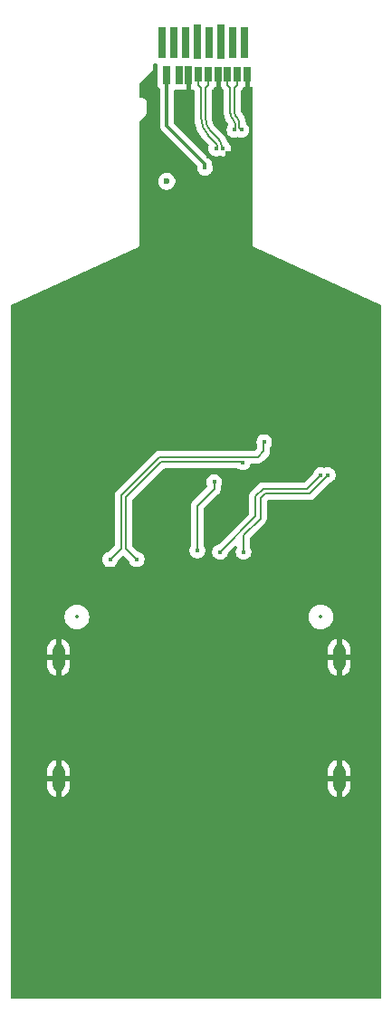
<source format=gtl>
%TF.GenerationSoftware,KiCad,Pcbnew,9.0.2*%
%TF.CreationDate,2025-06-23T10:18:22+08:00*%
%TF.ProjectId,SDEX2M2 MicroSD Express to SD Express Adapter,53444558-324d-4322-904d-6963726f5344,rev?*%
%TF.SameCoordinates,Original*%
%TF.FileFunction,Copper,L1,Top*%
%TF.FilePolarity,Positive*%
%FSLAX46Y46*%
G04 Gerber Fmt 4.6, Leading zero omitted, Abs format (unit mm)*
G04 Created by KiCad (PCBNEW 9.0.2) date 2025-06-23 10:18:22*
%MOMM*%
%LPD*%
G01*
G04 APERTURE LIST*
%TA.AperFunction,SMDPad,CuDef*%
%ADD10R,0.800000X2.900000*%
%TD*%
%TA.AperFunction,SMDPad,CuDef*%
%ADD11R,0.800000X3.200000*%
%TD*%
%TA.AperFunction,SMDPad,CuDef*%
%ADD12R,0.760000X1.670000*%
%TD*%
%TA.AperFunction,SMDPad,CuDef*%
%ADD13R,0.760000X1.370000*%
%TD*%
%TA.AperFunction,ComponentPad*%
%ADD14O,1.158000X2.558000*%
%TD*%
%TA.AperFunction,ViaPad*%
%ADD15C,0.450000*%
%TD*%
%TA.AperFunction,ViaPad*%
%ADD16C,0.600000*%
%TD*%
%TA.AperFunction,Conductor*%
%ADD17C,0.200000*%
%TD*%
%TA.AperFunction,Conductor*%
%ADD18C,0.205232*%
%TD*%
%TA.AperFunction,Conductor*%
%ADD19C,0.300000*%
%TD*%
%TA.AperFunction,Conductor*%
%ADD20C,0.400000*%
%TD*%
%ADD21C,0.300000*%
%ADD22C,0.350000*%
%ADD23O,0.650000X2.050000*%
G04 APERTURE END LIST*
D10*
%TO.P,J1,1,~{CLKREQ}/DAT2*%
%TO.N,/CLKREQ*%
X137760000Y-80510000D03*
%TO.P,J1,2,~{PERST}/DAT3/CD*%
%TO.N,/PERST*%
X138860000Y-80510000D03*
%TO.P,J1,3,CMD*%
%TO.N,/CMD*%
X139960000Y-80510000D03*
D11*
%TO.P,J1,4,3V3*%
%TO.N,Net-(J1-3V3)*%
X141060000Y-80360000D03*
D10*
%TO.P,J1,5,CLK*%
%TO.N,/CLK*%
X142160000Y-80510000D03*
D11*
%TO.P,J1,6,GND*%
%TO.N,GND*%
X143260000Y-80360000D03*
D10*
%TO.P,J1,7,REFCLK+/DAT0*%
%TO.N,/REFCLK+*%
X144360000Y-80510000D03*
%TO.P,J1,8,REFCLK-/DAT1*%
%TO.N,/REFCLK-*%
X145460000Y-80510000D03*
D12*
%TO.P,J1,9,1V8*%
%TO.N,Net-(J1-1V8)*%
X138230000Y-83555000D03*
%TO.P,J1,10,GND*%
%TO.N,GND*%
X140270000Y-83555000D03*
D13*
%TO.P,J1,11,PCIe_TX+*%
%TO.N,/TX+*%
X141180000Y-83405000D03*
%TO.P,J1,12,PCIe_TX-*%
%TO.N,/TX-*%
X142090000Y-83405000D03*
%TO.P,J1,13,GND*%
%TO.N,GND*%
X143000000Y-83405000D03*
%TO.P,J1,14,PCIe_RX-*%
%TO.N,/RX-*%
X143910000Y-83405000D03*
%TO.P,J1,15,PCIe_RX+*%
%TO.N,/RX+*%
X144820000Y-83405000D03*
%TO.P,J1,16,GND*%
%TO.N,GND*%
X145730000Y-83405000D03*
D12*
%TO.P,J1,17,1V2*%
%TO.N,unconnected-(J1-1V2-Pad17)*%
X139360000Y-83555000D03*
%TD*%
D14*
%TO.P,J2,GND1,GND/SHIELD*%
%TO.N,GND*%
X154345000Y-137980000D03*
%TO.P,J2,GND2,GND/SHIELD__1*%
X128095000Y-137980000D03*
%TO.P,J2,GND3,GND/SHIELD__2*%
X154345000Y-149280000D03*
%TO.P,J2,GND4,GND/SHIELD__3*%
X128095000Y-149280000D03*
%TD*%
D15*
%TO.N,/TX+*%
X135410000Y-128810000D03*
X145330000Y-119750000D03*
X142833400Y-90380000D03*
%TO.N,/TX-*%
X132914892Y-128811727D03*
X143486600Y-90380000D03*
X147340446Y-117819545D03*
D16*
%TO.N,Net-(J1-3V3)*%
X141060000Y-81260000D03*
X141060000Y-80360000D03*
X138210000Y-93440000D03*
D15*
%TO.N,/RX+*%
X145203200Y-88640000D03*
X153270000Y-120920000D03*
X145400000Y-128110000D03*
%TO.N,Net-(J1-1V8)*%
X141785000Y-92190000D03*
X141080000Y-127970000D03*
X142650000Y-121560000D03*
D16*
%TO.N,GND*%
X136810000Y-83960000D03*
X138460000Y-90810000D03*
D15*
X142100000Y-91120000D03*
D16*
X156690000Y-149250000D03*
X129150000Y-127940000D03*
X140270000Y-83555000D03*
X156680000Y-137970000D03*
D15*
X145940000Y-89430000D03*
X143460000Y-88590000D03*
D16*
X136110000Y-85060000D03*
X139300000Y-123730000D03*
D15*
X145810000Y-86960000D03*
D16*
X146690000Y-128110000D03*
X156000000Y-123630000D03*
X143000000Y-83405000D03*
X143950000Y-123760000D03*
X144002007Y-90853667D03*
X143260000Y-80360000D03*
X149960000Y-123650000D03*
X147830000Y-128110000D03*
X125530000Y-138020000D03*
X140020000Y-127950000D03*
X125500000Y-149270000D03*
X137930000Y-127980000D03*
X145730000Y-83405000D03*
X138980000Y-127960000D03*
D15*
X145970000Y-91900000D03*
D16*
X140150000Y-92050000D03*
D15*
%TO.N,/RX-*%
X143200000Y-128120000D03*
X144550000Y-88640000D03*
X152616800Y-120920000D03*
%TO.N,/REFCLK+*%
X144360000Y-80510000D03*
%TO.N,/REFCLK-*%
X145460000Y-80510000D03*
D16*
%TO.N,/PERST*%
X138860000Y-80510000D03*
%TO.N,/CLKREQ*%
X137760000Y-80510000D03*
%TO.N,/CMD*%
X139960000Y-80510000D03*
%TO.N,/CLK*%
X142160000Y-80510000D03*
%TD*%
D17*
%TO.N,/TX+*%
X134388310Y-123009888D02*
X137723198Y-119675000D01*
D18*
X142809336Y-89858142D02*
X142136197Y-89185003D01*
D17*
X134388310Y-127788310D02*
X134388310Y-123009888D01*
X135410000Y-128810000D02*
X134388310Y-127788310D01*
D18*
X141180000Y-84432501D02*
X141180000Y-83405000D01*
X142955783Y-90257617D02*
X142955783Y-90211696D01*
D17*
X145255000Y-119675000D02*
X145330000Y-119750000D01*
X137723198Y-119675000D02*
X145255000Y-119675000D01*
D18*
X141430784Y-84683285D02*
X141180000Y-84432501D01*
X142833400Y-90380000D02*
X142955783Y-90257617D01*
X141430784Y-87481985D02*
X141430784Y-84683285D01*
X142955783Y-90211696D02*
G75*
G03*
X142809330Y-89858148I-499983J-4D01*
G01*
X141430784Y-87481985D02*
G75*
G03*
X142136193Y-89185007I2408416J-15D01*
G01*
%TO.N,/TX-*%
X143486600Y-90380000D02*
X143364217Y-90257617D01*
X143364217Y-90257617D02*
X143364217Y-90211696D01*
D17*
X137536802Y-119225000D02*
X146745000Y-119225000D01*
X132914892Y-128811727D02*
X133938308Y-127788310D01*
D18*
X142090000Y-84432501D02*
X142090000Y-83405000D01*
X141839216Y-87481983D02*
X141839216Y-84683285D01*
X143098143Y-89569337D02*
X142425002Y-88896196D01*
D17*
X147280000Y-118690000D02*
X147280000Y-117879991D01*
X146745000Y-119225000D02*
X147280000Y-118690000D01*
D18*
X141839216Y-84683285D02*
X142090000Y-84432501D01*
D17*
X133938308Y-122823494D02*
X137536802Y-119225000D01*
X133938308Y-127788310D02*
X133938308Y-122823494D01*
X147280000Y-117879991D02*
X147340446Y-117819545D01*
D18*
X142425002Y-88896196D02*
G75*
G02*
X141839223Y-87481983I1414198J1414196D01*
G01*
X143098143Y-89569337D02*
G75*
G02*
X143364224Y-90211696I-642343J-642363D01*
G01*
%TO.N,/RX+*%
X145203200Y-88640000D02*
X145053616Y-88490416D01*
X145014217Y-88391996D02*
X145014217Y-88071696D01*
X145014217Y-88071696D02*
X145012437Y-87982399D01*
X144569216Y-87043303D02*
X144569216Y-84683285D01*
X144570679Y-87108936D02*
X144569216Y-87043303D01*
D17*
X146985000Y-123069069D02*
X147409069Y-122645000D01*
X145400000Y-128110000D02*
X145400000Y-126556397D01*
X153270000Y-120975321D02*
X153270000Y-120920000D01*
X145400000Y-126556397D02*
X146985000Y-124971397D01*
D18*
X144569216Y-84683285D02*
X144820000Y-84432501D01*
D17*
X147409069Y-122645000D02*
X151600321Y-122645000D01*
X146985000Y-124971397D02*
X146985000Y-123069069D01*
D18*
X144748143Y-87429337D02*
X144715662Y-87396856D01*
X144820000Y-84432501D02*
X144820000Y-83405000D01*
X145012437Y-87982399D02*
X144977593Y-87807236D01*
X144604655Y-87235730D02*
X144570679Y-87108936D01*
X144977593Y-87807236D02*
X144909247Y-87642237D01*
X145053616Y-88431395D02*
X145014217Y-88391996D01*
D17*
X151600321Y-122645000D02*
X153270000Y-120975321D01*
D18*
X144670290Y-87349408D02*
X144604655Y-87235730D01*
X144715662Y-87396856D02*
X144670290Y-87349408D01*
X144810023Y-87493743D02*
X144748143Y-87429337D01*
X145053616Y-88490416D02*
X145053616Y-88431395D01*
X144909247Y-87642237D02*
X144810023Y-87493743D01*
D17*
%TO.N,Net-(J1-1V8)*%
X142650000Y-121560000D02*
X142650000Y-122240000D01*
X142650000Y-122240000D02*
X141080000Y-123810000D01*
D19*
X141785000Y-91785000D02*
X138230000Y-88230000D01*
X138230000Y-88230000D02*
X138230000Y-83555000D01*
X141785000Y-92190000D02*
X141785000Y-91785000D01*
D17*
X141080000Y-123810000D02*
X141080000Y-127970000D01*
D20*
%TO.N,GND*%
X140270000Y-83555000D02*
X140270000Y-85520000D01*
X143000000Y-83402500D02*
X143000000Y-85337500D01*
X145730000Y-83405000D02*
X145730000Y-84910000D01*
D17*
%TO.N,/RX-*%
X151358603Y-122195000D02*
X152616800Y-120936803D01*
D18*
X143910000Y-84432501D02*
X143910000Y-83405000D01*
X144605783Y-88517617D02*
X144605783Y-88071696D01*
X144160784Y-84683285D02*
X143910000Y-84432501D01*
D17*
X146535000Y-122882673D02*
X147222673Y-122195000D01*
X143200000Y-128120000D02*
X146535000Y-124785000D01*
D18*
X144459336Y-87718142D02*
X144426857Y-87685663D01*
D17*
X146535000Y-124785000D02*
X146535000Y-122882673D01*
X147222673Y-122195000D02*
X151358603Y-122195000D01*
D18*
X144483400Y-88640000D02*
X144605783Y-88517617D01*
X144160784Y-87043305D02*
X144160784Y-84683285D01*
D17*
X152616800Y-120936803D02*
X152616800Y-120920000D01*
D18*
X144605783Y-88071696D02*
G75*
G03*
X144459330Y-87718148I-499983J-4D01*
G01*
X144426857Y-87685663D02*
G75*
G02*
X144160776Y-87043305I642343J642363D01*
G01*
%TD*%
%TA.AperFunction,Conductor*%
%TO.N,GND*%
G36*
X137098853Y-82401504D02*
G01*
X137102147Y-82401031D01*
X137121227Y-82405900D01*
X137125482Y-82406737D01*
X137126663Y-82407150D01*
X137252517Y-82454091D01*
X137264340Y-82455362D01*
X137277839Y-82460089D01*
X137334605Y-82500824D01*
X137360338Y-82565783D01*
X137357536Y-82605626D01*
X137355909Y-82612513D01*
X137349501Y-82672116D01*
X137349500Y-82672135D01*
X137349500Y-84437870D01*
X137349501Y-84437876D01*
X137355908Y-84497483D01*
X137406202Y-84632328D01*
X137406203Y-84632329D01*
X137406204Y-84632331D01*
X137492454Y-84747546D01*
X137529810Y-84775510D01*
X137571682Y-84831443D01*
X137579500Y-84874777D01*
X137579500Y-88294069D01*
X137579500Y-88294071D01*
X137579499Y-88294071D01*
X137603664Y-88415550D01*
X137604496Y-88419733D01*
X137604498Y-88419740D01*
X137604499Y-88419744D01*
X137653535Y-88538127D01*
X137724723Y-88644669D01*
X137724726Y-88644673D01*
X137724727Y-88644674D01*
X141035711Y-91955656D01*
X141069196Y-92016979D01*
X141069648Y-92067527D01*
X141059500Y-92118545D01*
X141059500Y-92261455D01*
X141059500Y-92261457D01*
X141059499Y-92261457D01*
X141087379Y-92401614D01*
X141087381Y-92401620D01*
X141142069Y-92533650D01*
X141142074Y-92533659D01*
X141221467Y-92652478D01*
X141221470Y-92652482D01*
X141322517Y-92753529D01*
X141322521Y-92753532D01*
X141441340Y-92832925D01*
X141441346Y-92832928D01*
X141441347Y-92832929D01*
X141573380Y-92887619D01*
X141573384Y-92887619D01*
X141573385Y-92887620D01*
X141713542Y-92915500D01*
X141713545Y-92915500D01*
X141856457Y-92915500D01*
X141950751Y-92896742D01*
X141996620Y-92887619D01*
X142128653Y-92832929D01*
X142247479Y-92753532D01*
X142348532Y-92652479D01*
X142427929Y-92533653D01*
X142482619Y-92401620D01*
X142510500Y-92261455D01*
X142510500Y-92118545D01*
X142510500Y-92118542D01*
X142482620Y-91978385D01*
X142482619Y-91978384D01*
X142482619Y-91978380D01*
X142482617Y-91978375D01*
X142444939Y-91887410D01*
X142435500Y-91839958D01*
X142435500Y-91720928D01*
X142410502Y-91595261D01*
X142410501Y-91595260D01*
X142410501Y-91595256D01*
X142361465Y-91476873D01*
X142361464Y-91476872D01*
X142361461Y-91476866D01*
X142290277Y-91370332D01*
X142290276Y-91370331D01*
X142199669Y-91279724D01*
X138916819Y-87996873D01*
X138883334Y-87935550D01*
X138880500Y-87909192D01*
X138880500Y-85014499D01*
X138900185Y-84947460D01*
X138952989Y-84901705D01*
X139004495Y-84890499D01*
X139787872Y-84890499D01*
X139804096Y-84888755D01*
X139830604Y-84888755D01*
X139842177Y-84889999D01*
X139842178Y-84890000D01*
X140701149Y-84890000D01*
X140701149Y-84891015D01*
X140765029Y-84906111D01*
X140813544Y-84956391D01*
X140827668Y-85013865D01*
X140827668Y-87568942D01*
X140827674Y-87569039D01*
X140827674Y-87629929D01*
X140835454Y-87708928D01*
X140856673Y-87924387D01*
X140856673Y-87924390D01*
X140914398Y-88214605D01*
X141000293Y-88497767D01*
X141113524Y-88771131D01*
X141113531Y-88771145D01*
X141253010Y-89032095D01*
X141417404Y-89278128D01*
X141605119Y-89506860D01*
X141649243Y-89550983D01*
X141649262Y-89551004D01*
X142115521Y-90017262D01*
X142149006Y-90078585D01*
X142144022Y-90148276D01*
X142142404Y-90152389D01*
X142135781Y-90168380D01*
X142135779Y-90168386D01*
X142107900Y-90308542D01*
X142107900Y-90308545D01*
X142107900Y-90451455D01*
X142107900Y-90451457D01*
X142107899Y-90451457D01*
X142135779Y-90591614D01*
X142135781Y-90591620D01*
X142190469Y-90723650D01*
X142190474Y-90723659D01*
X142269867Y-90842478D01*
X142269870Y-90842482D01*
X142370917Y-90943529D01*
X142370921Y-90943532D01*
X142489740Y-91022925D01*
X142489749Y-91022930D01*
X142519658Y-91035318D01*
X142621780Y-91077619D01*
X142621784Y-91077619D01*
X142621785Y-91077620D01*
X142761942Y-91105500D01*
X142761945Y-91105500D01*
X142904857Y-91105500D01*
X142999151Y-91086742D01*
X143045020Y-91077619D01*
X143112547Y-91049647D01*
X143182015Y-91042178D01*
X143207450Y-91049647D01*
X143237513Y-91062099D01*
X143274974Y-91077617D01*
X143274977Y-91077617D01*
X143274980Y-91077619D01*
X143274984Y-91077619D01*
X143274985Y-91077620D01*
X143415142Y-91105500D01*
X143415145Y-91105500D01*
X143558057Y-91105500D01*
X143652351Y-91086742D01*
X143698220Y-91077619D01*
X143830253Y-91022929D01*
X143949079Y-90943532D01*
X144050132Y-90842479D01*
X144129529Y-90723653D01*
X144184219Y-90591620D01*
X144212100Y-90451455D01*
X144212100Y-90308545D01*
X144212100Y-90308542D01*
X144184220Y-90168385D01*
X144184219Y-90168384D01*
X144184219Y-90168380D01*
X144129529Y-90036347D01*
X144129528Y-90036346D01*
X144129525Y-90036340D01*
X144050132Y-89917521D01*
X144050129Y-89917517D01*
X143949082Y-89816470D01*
X143949077Y-89816466D01*
X143946079Y-89814463D01*
X143944862Y-89813007D01*
X143944371Y-89812604D01*
X143944447Y-89812510D01*
X143901273Y-89760852D01*
X143895193Y-89743452D01*
X143890190Y-89724781D01*
X143890189Y-89724776D01*
X143814360Y-89541714D01*
X143814354Y-89541705D01*
X143814353Y-89541701D01*
X143715293Y-89370129D01*
X143715282Y-89370112D01*
X143690347Y-89337617D01*
X143594660Y-89212917D01*
X143594658Y-89212915D01*
X143594655Y-89212911D01*
X143524605Y-89142864D01*
X142854351Y-88472610D01*
X142848804Y-88466688D01*
X142736353Y-88338462D01*
X142726479Y-88325594D01*
X142633998Y-88187186D01*
X142625888Y-88173138D01*
X142552262Y-88023838D01*
X142546054Y-88008852D01*
X142492545Y-87851214D01*
X142488348Y-87835548D01*
X142465388Y-87720118D01*
X142455873Y-87672283D01*
X142453758Y-87656224D01*
X142442596Y-87485903D01*
X142442332Y-87477805D01*
X142442333Y-87408757D01*
X142442332Y-87408752D01*
X142442332Y-84984466D01*
X142462017Y-84917427D01*
X142478651Y-84896785D01*
X142500659Y-84874777D01*
X142572613Y-84802823D01*
X142652014Y-84665295D01*
X142652014Y-84665293D01*
X142656077Y-84658257D01*
X142657510Y-84659084D01*
X142695332Y-84612147D01*
X142761625Y-84590079D01*
X142766056Y-84590000D01*
X143233944Y-84590000D01*
X143300983Y-84609685D01*
X143343355Y-84658584D01*
X143343923Y-84658257D01*
X143345624Y-84661203D01*
X143346738Y-84662489D01*
X143347878Y-84665107D01*
X143347985Y-84665293D01*
X143347986Y-84665295D01*
X143395473Y-84747546D01*
X143427386Y-84802821D01*
X143427388Y-84802824D01*
X143521349Y-84896785D01*
X143554834Y-84958108D01*
X143557668Y-84984466D01*
X143557668Y-86970072D01*
X143557667Y-86970077D01*
X143557667Y-86985894D01*
X143557667Y-86991941D01*
X143557659Y-86991968D01*
X143557660Y-87142381D01*
X143583426Y-87338071D01*
X143583526Y-87338831D01*
X143634811Y-87530225D01*
X143710640Y-87713287D01*
X143710641Y-87713288D01*
X143710646Y-87713299D01*
X143809706Y-87884871D01*
X143809712Y-87884880D01*
X143809715Y-87884885D01*
X143930341Y-88042083D01*
X143946275Y-88058017D01*
X143979762Y-88119339D01*
X143974779Y-88189030D01*
X143961698Y-88214591D01*
X143907074Y-88296340D01*
X143907069Y-88296349D01*
X143852381Y-88428379D01*
X143852379Y-88428385D01*
X143824500Y-88568542D01*
X143824500Y-88568545D01*
X143824500Y-88711455D01*
X143824500Y-88711457D01*
X143824499Y-88711457D01*
X143852379Y-88851614D01*
X143852381Y-88851620D01*
X143907069Y-88983650D01*
X143907074Y-88983659D01*
X143986467Y-89102478D01*
X143986470Y-89102482D01*
X144087517Y-89203529D01*
X144087521Y-89203532D01*
X144206340Y-89282925D01*
X144206349Y-89282930D01*
X144236258Y-89295318D01*
X144338380Y-89337619D01*
X144338384Y-89337619D01*
X144338385Y-89337620D01*
X144478542Y-89365500D01*
X144478545Y-89365500D01*
X144621457Y-89365500D01*
X144715751Y-89346742D01*
X144761620Y-89337619D01*
X144829147Y-89309647D01*
X144898615Y-89302178D01*
X144924050Y-89309647D01*
X144954113Y-89322099D01*
X144991574Y-89337617D01*
X144991577Y-89337617D01*
X144991580Y-89337619D01*
X144991584Y-89337619D01*
X144991585Y-89337620D01*
X145131742Y-89365500D01*
X145131745Y-89365500D01*
X145274657Y-89365500D01*
X145368951Y-89346742D01*
X145414820Y-89337619D01*
X145546853Y-89282929D01*
X145665679Y-89203532D01*
X145766732Y-89102479D01*
X145846129Y-88983653D01*
X145900819Y-88851620D01*
X145928700Y-88711455D01*
X145928700Y-88568545D01*
X145928700Y-88568542D01*
X145900820Y-88428385D01*
X145900819Y-88428384D01*
X145900819Y-88428380D01*
X145846129Y-88296347D01*
X145846128Y-88296346D01*
X145846125Y-88296340D01*
X145766732Y-88177521D01*
X145766729Y-88177517D01*
X145665679Y-88076467D01*
X145662725Y-88074043D01*
X145661592Y-88072380D01*
X145661372Y-88072160D01*
X145661413Y-88072118D01*
X145643620Y-88045998D01*
X145624050Y-88018287D01*
X145623882Y-88017023D01*
X145623389Y-88016299D01*
X145617505Y-87983605D01*
X145617209Y-87976846D01*
X145619454Y-87942607D01*
X145614658Y-87918498D01*
X145614244Y-87909030D01*
X145614401Y-87908391D01*
X145614151Y-87906090D01*
X145613851Y-87890993D01*
X145600402Y-87844530D01*
X145597901Y-87834262D01*
X145596530Y-87827372D01*
X145572970Y-87708928D01*
X145565184Y-87649788D01*
X145557530Y-87631311D01*
X145553628Y-87611692D01*
X145529031Y-87561816D01*
X145525684Y-87554428D01*
X145515659Y-87530225D01*
X145474006Y-87429668D01*
X145454829Y-87373175D01*
X145443718Y-87356547D01*
X145436066Y-87338073D01*
X145436065Y-87338071D01*
X145402219Y-87293963D01*
X145397493Y-87287368D01*
X145328763Y-87184510D01*
X145325814Y-87180096D01*
X145299946Y-87133147D01*
X145281870Y-87114333D01*
X145267376Y-87092642D01*
X145243484Y-87071690D01*
X145237082Y-87065660D01*
X145231100Y-87059611D01*
X145230756Y-87059015D01*
X145208436Y-87036695D01*
X145208167Y-87036423D01*
X145191756Y-87005970D01*
X145175166Y-86975587D01*
X145175111Y-86975082D01*
X145175022Y-86974916D01*
X145175052Y-86974526D01*
X145172332Y-86949229D01*
X145172332Y-84984466D01*
X145192017Y-84917427D01*
X145208651Y-84896785D01*
X145230659Y-84874777D01*
X145302613Y-84802823D01*
X145382014Y-84665295D01*
X145382014Y-84665293D01*
X145386077Y-84658257D01*
X145387510Y-84659084D01*
X145425332Y-84612147D01*
X145491625Y-84590079D01*
X145496056Y-84590000D01*
X146135500Y-84590000D01*
X146202539Y-84609685D01*
X146248294Y-84662489D01*
X146259500Y-84714000D01*
X146259500Y-92920118D01*
X146259500Y-99412153D01*
X146258125Y-99448193D01*
X146259500Y-99451907D01*
X146259500Y-99455867D01*
X146272405Y-99487024D01*
X146274115Y-99491387D01*
X146285815Y-99522993D01*
X146289074Y-99528298D01*
X146289569Y-99529104D01*
X146313833Y-99553368D01*
X146317112Y-99556774D01*
X146340027Y-99581507D01*
X146340029Y-99581507D01*
X146345083Y-99585171D01*
X146345084Y-99585172D01*
X146345836Y-99585717D01*
X146377546Y-99598851D01*
X146381879Y-99600743D01*
X158227288Y-105045316D01*
X158279979Y-105091198D01*
X158299500Y-105157983D01*
X158299500Y-169745500D01*
X158279815Y-169812539D01*
X158227011Y-169858294D01*
X158175500Y-169869500D01*
X123724512Y-169869500D01*
X123657473Y-169849815D01*
X123611718Y-169797011D01*
X123600512Y-169745495D01*
X123601295Y-149478633D01*
X123601333Y-148495081D01*
X127016000Y-148495081D01*
X127016000Y-149030000D01*
X127770000Y-149030000D01*
X127770000Y-149530000D01*
X127016000Y-149530000D01*
X127016000Y-150064918D01*
X127042568Y-150232666D01*
X127095053Y-150394196D01*
X127172159Y-150545522D01*
X127271979Y-150682914D01*
X127271983Y-150682919D01*
X127392080Y-150803016D01*
X127392085Y-150803020D01*
X127529477Y-150902840D01*
X127680805Y-150979946D01*
X127842336Y-151032431D01*
X127845000Y-151032853D01*
X127845000Y-150189618D01*
X127895446Y-150240064D01*
X127969555Y-150282851D01*
X128052213Y-150305000D01*
X128137787Y-150305000D01*
X128220445Y-150282851D01*
X128294554Y-150240064D01*
X128345000Y-150189618D01*
X128345000Y-151032853D01*
X128347663Y-151032431D01*
X128509194Y-150979946D01*
X128660522Y-150902840D01*
X128797914Y-150803020D01*
X128797919Y-150803016D01*
X128918016Y-150682919D01*
X128918020Y-150682914D01*
X129017840Y-150545522D01*
X129094946Y-150394196D01*
X129147431Y-150232666D01*
X129174000Y-150064918D01*
X129174000Y-149530000D01*
X128420000Y-149530000D01*
X128420000Y-149030000D01*
X129174000Y-149030000D01*
X129174000Y-148495081D01*
X153266000Y-148495081D01*
X153266000Y-149030000D01*
X154020000Y-149030000D01*
X154020000Y-149530000D01*
X153266000Y-149530000D01*
X153266000Y-150064918D01*
X153292568Y-150232666D01*
X153345053Y-150394196D01*
X153422159Y-150545522D01*
X153521979Y-150682914D01*
X153521983Y-150682919D01*
X153642080Y-150803016D01*
X153642085Y-150803020D01*
X153779477Y-150902840D01*
X153930805Y-150979946D01*
X154092336Y-151032431D01*
X154095000Y-151032853D01*
X154095000Y-150189618D01*
X154145446Y-150240064D01*
X154219555Y-150282851D01*
X154302213Y-150305000D01*
X154387787Y-150305000D01*
X154470445Y-150282851D01*
X154544554Y-150240064D01*
X154595000Y-150189618D01*
X154595000Y-151032853D01*
X154597663Y-151032431D01*
X154759194Y-150979946D01*
X154910522Y-150902840D01*
X155047914Y-150803020D01*
X155047919Y-150803016D01*
X155168016Y-150682919D01*
X155168020Y-150682914D01*
X155267840Y-150545522D01*
X155344946Y-150394196D01*
X155397431Y-150232666D01*
X155424000Y-150064918D01*
X155424000Y-149530000D01*
X154670000Y-149530000D01*
X154670000Y-149030000D01*
X155424000Y-149030000D01*
X155424000Y-148495081D01*
X155397431Y-148327333D01*
X155344946Y-148165803D01*
X155267840Y-148014477D01*
X155168020Y-147877085D01*
X155168016Y-147877080D01*
X155047919Y-147756983D01*
X155047914Y-147756979D01*
X154910522Y-147657159D01*
X154759194Y-147580053D01*
X154597666Y-147527569D01*
X154595000Y-147527145D01*
X154595000Y-148370382D01*
X154544554Y-148319936D01*
X154470445Y-148277149D01*
X154387787Y-148255000D01*
X154302213Y-148255000D01*
X154219555Y-148277149D01*
X154145446Y-148319936D01*
X154095000Y-148370382D01*
X154095000Y-147527145D01*
X154094999Y-147527145D01*
X154092333Y-147527569D01*
X153930805Y-147580053D01*
X153779477Y-147657159D01*
X153642085Y-147756979D01*
X153642080Y-147756983D01*
X153521983Y-147877080D01*
X153521979Y-147877085D01*
X153422159Y-148014477D01*
X153345053Y-148165803D01*
X153292568Y-148327333D01*
X153266000Y-148495081D01*
X129174000Y-148495081D01*
X129147431Y-148327333D01*
X129094946Y-148165803D01*
X129017840Y-148014477D01*
X128918020Y-147877085D01*
X128918016Y-147877080D01*
X128797919Y-147756983D01*
X128797914Y-147756979D01*
X128660522Y-147657159D01*
X128509194Y-147580053D01*
X128347666Y-147527569D01*
X128345000Y-147527145D01*
X128345000Y-148370382D01*
X128294554Y-148319936D01*
X128220445Y-148277149D01*
X128137787Y-148255000D01*
X128052213Y-148255000D01*
X127969555Y-148277149D01*
X127895446Y-148319936D01*
X127845000Y-148370382D01*
X127845000Y-147527145D01*
X127844999Y-147527145D01*
X127842333Y-147527569D01*
X127680805Y-147580053D01*
X127529477Y-147657159D01*
X127392085Y-147756979D01*
X127392080Y-147756983D01*
X127271983Y-147877080D01*
X127271979Y-147877085D01*
X127172159Y-148014477D01*
X127095053Y-148165803D01*
X127042568Y-148327333D01*
X127016000Y-148495081D01*
X123601333Y-148495081D01*
X123601333Y-148490204D01*
X123601731Y-138178633D01*
X123601769Y-137195081D01*
X127016000Y-137195081D01*
X127016000Y-137730000D01*
X127770000Y-137730000D01*
X127770000Y-138230000D01*
X127016000Y-138230000D01*
X127016000Y-138764918D01*
X127042568Y-138932666D01*
X127095053Y-139094196D01*
X127172159Y-139245522D01*
X127271979Y-139382914D01*
X127271983Y-139382919D01*
X127392080Y-139503016D01*
X127392085Y-139503020D01*
X127529477Y-139602840D01*
X127680805Y-139679946D01*
X127842336Y-139732431D01*
X127845000Y-139732853D01*
X127845000Y-138889618D01*
X127895446Y-138940064D01*
X127969555Y-138982851D01*
X128052213Y-139005000D01*
X128137787Y-139005000D01*
X128220445Y-138982851D01*
X128294554Y-138940064D01*
X128345000Y-138889618D01*
X128345000Y-139732853D01*
X128347663Y-139732431D01*
X128509194Y-139679946D01*
X128660522Y-139602840D01*
X128797914Y-139503020D01*
X128797919Y-139503016D01*
X128918016Y-139382919D01*
X128918020Y-139382914D01*
X129017840Y-139245522D01*
X129094946Y-139094196D01*
X129147431Y-138932666D01*
X129174000Y-138764918D01*
X129174000Y-138230000D01*
X128420000Y-138230000D01*
X128420000Y-137730000D01*
X129174000Y-137730000D01*
X129174000Y-137195081D01*
X153266000Y-137195081D01*
X153266000Y-137730000D01*
X154020000Y-137730000D01*
X154020000Y-138230000D01*
X153266000Y-138230000D01*
X153266000Y-138764918D01*
X153292568Y-138932666D01*
X153345053Y-139094196D01*
X153422159Y-139245522D01*
X153521979Y-139382914D01*
X153521983Y-139382919D01*
X153642080Y-139503016D01*
X153642085Y-139503020D01*
X153779477Y-139602840D01*
X153930805Y-139679946D01*
X154092336Y-139732431D01*
X154095000Y-139732853D01*
X154095000Y-138889618D01*
X154145446Y-138940064D01*
X154219555Y-138982851D01*
X154302213Y-139005000D01*
X154387787Y-139005000D01*
X154470445Y-138982851D01*
X154544554Y-138940064D01*
X154595000Y-138889618D01*
X154595000Y-139732853D01*
X154597663Y-139732431D01*
X154759194Y-139679946D01*
X154910522Y-139602840D01*
X155047914Y-139503020D01*
X155047919Y-139503016D01*
X155168016Y-139382919D01*
X155168020Y-139382914D01*
X155267840Y-139245522D01*
X155344946Y-139094196D01*
X155397431Y-138932666D01*
X155424000Y-138764918D01*
X155424000Y-138230000D01*
X154670000Y-138230000D01*
X154670000Y-137730000D01*
X155424000Y-137730000D01*
X155424000Y-137195081D01*
X155397431Y-137027333D01*
X155344946Y-136865803D01*
X155267840Y-136714477D01*
X155168020Y-136577085D01*
X155168016Y-136577080D01*
X155047919Y-136456983D01*
X155047914Y-136456979D01*
X154910522Y-136357159D01*
X154759194Y-136280053D01*
X154597666Y-136227569D01*
X154595000Y-136227145D01*
X154595000Y-137070382D01*
X154544554Y-137019936D01*
X154470445Y-136977149D01*
X154387787Y-136955000D01*
X154302213Y-136955000D01*
X154219555Y-136977149D01*
X154145446Y-137019936D01*
X154095000Y-137070382D01*
X154095000Y-136227145D01*
X154094999Y-136227145D01*
X154092333Y-136227569D01*
X153930805Y-136280053D01*
X153779477Y-136357159D01*
X153642085Y-136456979D01*
X153642080Y-136456983D01*
X153521983Y-136577080D01*
X153521979Y-136577085D01*
X153422159Y-136714477D01*
X153345053Y-136865803D01*
X153292568Y-137027333D01*
X153266000Y-137195081D01*
X129174000Y-137195081D01*
X129147431Y-137027333D01*
X129094946Y-136865803D01*
X129017840Y-136714477D01*
X128918020Y-136577085D01*
X128918016Y-136577080D01*
X128797919Y-136456983D01*
X128797914Y-136456979D01*
X128660522Y-136357159D01*
X128509194Y-136280053D01*
X128347666Y-136227569D01*
X128345000Y-136227145D01*
X128345000Y-137070382D01*
X128294554Y-137019936D01*
X128220445Y-136977149D01*
X128137787Y-136955000D01*
X128052213Y-136955000D01*
X127969555Y-136977149D01*
X127895446Y-137019936D01*
X127845000Y-137070382D01*
X127845000Y-136227145D01*
X127844999Y-136227145D01*
X127842333Y-136227569D01*
X127680805Y-136280053D01*
X127529477Y-136357159D01*
X127392085Y-136456979D01*
X127392080Y-136456983D01*
X127271983Y-136577080D01*
X127271979Y-136577085D01*
X127172159Y-136714477D01*
X127095053Y-136865803D01*
X127042568Y-137027333D01*
X127016000Y-137195081D01*
X123601769Y-137195081D01*
X123601769Y-137190204D01*
X123601889Y-134089448D01*
X128669500Y-134089448D01*
X128669500Y-134270551D01*
X128697829Y-134449410D01*
X128753787Y-134621636D01*
X128753788Y-134621639D01*
X128836006Y-134782997D01*
X128942441Y-134929494D01*
X128942445Y-134929499D01*
X129070500Y-135057554D01*
X129070505Y-135057558D01*
X129198287Y-135150396D01*
X129217006Y-135163996D01*
X129322484Y-135217740D01*
X129378360Y-135246211D01*
X129378363Y-135246212D01*
X129464476Y-135274191D01*
X129550591Y-135302171D01*
X129633429Y-135315291D01*
X129729449Y-135330500D01*
X129729454Y-135330500D01*
X129910551Y-135330500D01*
X129997259Y-135316765D01*
X130089409Y-135302171D01*
X130261639Y-135246211D01*
X130422994Y-135163996D01*
X130569501Y-135057553D01*
X130697553Y-134929501D01*
X130803996Y-134782994D01*
X130886211Y-134621639D01*
X130942171Y-134449409D01*
X130956765Y-134357259D01*
X130970500Y-134270551D01*
X130970500Y-134089448D01*
X151469500Y-134089448D01*
X151469500Y-134270551D01*
X151497829Y-134449410D01*
X151553787Y-134621636D01*
X151553788Y-134621639D01*
X151636006Y-134782997D01*
X151742441Y-134929494D01*
X151742445Y-134929499D01*
X151870500Y-135057554D01*
X151870505Y-135057558D01*
X151998287Y-135150396D01*
X152017006Y-135163996D01*
X152122484Y-135217740D01*
X152178360Y-135246211D01*
X152178363Y-135246212D01*
X152264476Y-135274191D01*
X152350591Y-135302171D01*
X152433429Y-135315291D01*
X152529449Y-135330500D01*
X152529454Y-135330500D01*
X152710551Y-135330500D01*
X152797259Y-135316765D01*
X152889409Y-135302171D01*
X153061639Y-135246211D01*
X153222994Y-135163996D01*
X153369501Y-135057553D01*
X153497553Y-134929501D01*
X153603996Y-134782994D01*
X153686211Y-134621639D01*
X153742171Y-134449409D01*
X153756765Y-134357259D01*
X153770500Y-134270551D01*
X153770500Y-134089448D01*
X153754019Y-133985397D01*
X153742171Y-133910591D01*
X153686211Y-133738361D01*
X153686211Y-133738360D01*
X153657740Y-133682484D01*
X153603996Y-133577006D01*
X153590396Y-133558287D01*
X153497558Y-133430505D01*
X153497554Y-133430500D01*
X153369499Y-133302445D01*
X153369494Y-133302441D01*
X153222997Y-133196006D01*
X153222996Y-133196005D01*
X153222994Y-133196004D01*
X153171300Y-133169664D01*
X153061639Y-133113788D01*
X153061636Y-133113787D01*
X152889410Y-133057829D01*
X152710551Y-133029500D01*
X152710546Y-133029500D01*
X152529454Y-133029500D01*
X152529449Y-133029500D01*
X152350589Y-133057829D01*
X152178363Y-133113787D01*
X152178360Y-133113788D01*
X152017002Y-133196006D01*
X151870505Y-133302441D01*
X151870500Y-133302445D01*
X151742445Y-133430500D01*
X151742441Y-133430505D01*
X151636006Y-133577002D01*
X151553788Y-133738360D01*
X151553787Y-133738363D01*
X151497829Y-133910589D01*
X151469500Y-134089448D01*
X130970500Y-134089448D01*
X130954019Y-133985397D01*
X130942171Y-133910591D01*
X130886211Y-133738361D01*
X130886211Y-133738360D01*
X130857740Y-133682484D01*
X130803996Y-133577006D01*
X130790396Y-133558287D01*
X130697558Y-133430505D01*
X130697554Y-133430500D01*
X130569499Y-133302445D01*
X130569494Y-133302441D01*
X130422997Y-133196006D01*
X130422996Y-133196005D01*
X130422994Y-133196004D01*
X130371300Y-133169664D01*
X130261639Y-133113788D01*
X130261636Y-133113787D01*
X130089410Y-133057829D01*
X129910551Y-133029500D01*
X129910546Y-133029500D01*
X129729454Y-133029500D01*
X129729449Y-133029500D01*
X129550589Y-133057829D01*
X129378363Y-133113787D01*
X129378360Y-133113788D01*
X129217002Y-133196006D01*
X129070505Y-133302441D01*
X129070500Y-133302445D01*
X128942445Y-133430500D01*
X128942441Y-133430505D01*
X128836006Y-133577002D01*
X128753788Y-133738360D01*
X128753787Y-133738363D01*
X128697829Y-133910589D01*
X128669500Y-134089448D01*
X123601889Y-134089448D01*
X123601889Y-134084577D01*
X123602064Y-129537227D01*
X123602089Y-128883184D01*
X132189391Y-128883184D01*
X132217271Y-129023341D01*
X132217273Y-129023347D01*
X132271961Y-129155377D01*
X132271966Y-129155386D01*
X132351359Y-129274205D01*
X132351362Y-129274209D01*
X132452409Y-129375256D01*
X132452413Y-129375259D01*
X132571232Y-129454652D01*
X132571238Y-129454655D01*
X132571239Y-129454656D01*
X132703272Y-129509346D01*
X132703276Y-129509346D01*
X132703277Y-129509347D01*
X132843434Y-129537227D01*
X132843437Y-129537227D01*
X132986349Y-129537227D01*
X133080643Y-129518469D01*
X133126512Y-129509346D01*
X133258545Y-129454656D01*
X133377371Y-129375259D01*
X133478424Y-129274206D01*
X133557821Y-129155380D01*
X133612511Y-129023347D01*
X133620072Y-128985333D01*
X133652455Y-128923424D01*
X133653950Y-128921902D01*
X134075628Y-128500225D01*
X134136951Y-128466740D01*
X134206643Y-128471724D01*
X134250990Y-128500225D01*
X134670883Y-128920118D01*
X134704368Y-128981441D01*
X134704819Y-128983607D01*
X134712379Y-129021614D01*
X134712380Y-129021618D01*
X134767069Y-129153650D01*
X134767074Y-129153659D01*
X134846467Y-129272478D01*
X134846470Y-129272482D01*
X134947517Y-129373529D01*
X134947521Y-129373532D01*
X135066340Y-129452925D01*
X135066349Y-129452930D01*
X135096258Y-129465318D01*
X135198380Y-129507619D01*
X135198384Y-129507619D01*
X135198385Y-129507620D01*
X135338542Y-129535500D01*
X135338545Y-129535500D01*
X135481457Y-129535500D01*
X135575751Y-129516742D01*
X135621620Y-129507619D01*
X135753653Y-129452929D01*
X135872479Y-129373532D01*
X135973532Y-129272479D01*
X136052929Y-129153653D01*
X136107619Y-129021620D01*
X136127466Y-128921844D01*
X136135500Y-128881457D01*
X136135500Y-128738542D01*
X136107620Y-128598385D01*
X136107619Y-128598384D01*
X136107619Y-128598380D01*
X136053645Y-128468076D01*
X136052930Y-128466349D01*
X136052925Y-128466340D01*
X135973532Y-128347521D01*
X135973529Y-128347517D01*
X135872482Y-128246470D01*
X135872478Y-128246467D01*
X135753659Y-128167074D01*
X135753650Y-128167069D01*
X135621618Y-128112380D01*
X135621614Y-128112379D01*
X135583607Y-128104819D01*
X135566850Y-128096053D01*
X135548372Y-128092034D01*
X135523335Y-128073291D01*
X135521696Y-128072434D01*
X135520118Y-128070883D01*
X135490692Y-128041457D01*
X140354499Y-128041457D01*
X140382379Y-128181614D01*
X140382381Y-128181620D01*
X140437069Y-128313650D01*
X140437074Y-128313659D01*
X140516467Y-128432478D01*
X140516470Y-128432482D01*
X140617517Y-128533529D01*
X140617521Y-128533532D01*
X140736340Y-128612925D01*
X140736346Y-128612928D01*
X140736347Y-128612929D01*
X140868380Y-128667619D01*
X140868384Y-128667619D01*
X140868385Y-128667620D01*
X141008542Y-128695500D01*
X141008545Y-128695500D01*
X141151457Y-128695500D01*
X141245751Y-128676742D01*
X141291620Y-128667619D01*
X141423653Y-128612929D01*
X141542479Y-128533532D01*
X141643532Y-128432479D01*
X141722929Y-128313653D01*
X141773544Y-128191457D01*
X142474499Y-128191457D01*
X142502379Y-128331614D01*
X142502381Y-128331620D01*
X142557069Y-128463650D01*
X142557074Y-128463659D01*
X142636467Y-128582478D01*
X142636470Y-128582482D01*
X142737517Y-128683529D01*
X142737521Y-128683532D01*
X142856340Y-128762925D01*
X142856346Y-128762928D01*
X142856347Y-128762929D01*
X142988380Y-128817619D01*
X142988384Y-128817619D01*
X142988385Y-128817620D01*
X143128542Y-128845500D01*
X143128545Y-128845500D01*
X143271457Y-128845500D01*
X143365751Y-128826742D01*
X143411620Y-128817619D01*
X143543653Y-128762929D01*
X143662479Y-128683532D01*
X143763532Y-128582479D01*
X143842929Y-128463653D01*
X143897619Y-128331620D01*
X143905180Y-128293606D01*
X143937563Y-128231697D01*
X143939056Y-128230177D01*
X144580039Y-127589195D01*
X144641361Y-127555711D01*
X144711053Y-127560695D01*
X144766986Y-127602567D01*
X144791403Y-127668031D01*
X144776551Y-127736304D01*
X144770822Y-127745766D01*
X144757071Y-127766346D01*
X144702381Y-127898379D01*
X144702379Y-127898385D01*
X144674500Y-128038542D01*
X144674500Y-128038545D01*
X144674500Y-128181455D01*
X144674500Y-128181457D01*
X144674499Y-128181457D01*
X144702379Y-128321614D01*
X144702381Y-128321620D01*
X144757069Y-128453650D01*
X144757074Y-128453659D01*
X144836467Y-128572478D01*
X144836470Y-128572482D01*
X144937517Y-128673529D01*
X144937521Y-128673532D01*
X145056340Y-128752925D01*
X145056346Y-128752928D01*
X145056347Y-128752929D01*
X145188380Y-128807619D01*
X145188384Y-128807619D01*
X145188385Y-128807620D01*
X145328542Y-128835500D01*
X145328545Y-128835500D01*
X145471457Y-128835500D01*
X145565751Y-128816742D01*
X145611620Y-128807619D01*
X145743653Y-128752929D01*
X145862479Y-128673532D01*
X145963532Y-128572479D01*
X146042929Y-128453653D01*
X146097619Y-128321620D01*
X146115506Y-128231697D01*
X146125500Y-128181457D01*
X146125500Y-128038542D01*
X146097620Y-127898385D01*
X146097619Y-127898384D01*
X146097619Y-127898380D01*
X146042929Y-127766347D01*
X146021396Y-127734121D01*
X146000520Y-127667444D01*
X146000500Y-127665232D01*
X146000500Y-126856493D01*
X146020185Y-126789454D01*
X146036814Y-126768817D01*
X147343506Y-125462124D01*
X147343511Y-125462121D01*
X147353714Y-125451917D01*
X147353716Y-125451917D01*
X147465520Y-125340113D01*
X147544577Y-125203181D01*
X147585500Y-125050454D01*
X147585500Y-123369500D01*
X147605185Y-123302461D01*
X147657989Y-123256706D01*
X147709500Y-123245500D01*
X151513652Y-123245500D01*
X151513668Y-123245501D01*
X151521264Y-123245501D01*
X151679375Y-123245501D01*
X151679378Y-123245501D01*
X151832106Y-123204577D01*
X151882225Y-123175639D01*
X151969037Y-123125520D01*
X152080841Y-123013716D01*
X152080841Y-123013714D01*
X152091049Y-123003507D01*
X152091050Y-123003504D01*
X153456186Y-121638369D01*
X153496410Y-121611492D01*
X153613653Y-121562929D01*
X153732479Y-121483532D01*
X153833532Y-121382479D01*
X153912929Y-121263653D01*
X153967619Y-121131620D01*
X153976742Y-121085751D01*
X153995500Y-120991457D01*
X153995500Y-120848542D01*
X153967620Y-120708385D01*
X153967619Y-120708381D01*
X153967619Y-120708380D01*
X153912929Y-120576347D01*
X153912928Y-120576346D01*
X153912925Y-120576340D01*
X153833532Y-120457521D01*
X153833529Y-120457517D01*
X153732482Y-120356470D01*
X153732478Y-120356467D01*
X153613659Y-120277074D01*
X153613650Y-120277069D01*
X153481620Y-120222381D01*
X153481614Y-120222379D01*
X153341457Y-120194500D01*
X153341455Y-120194500D01*
X153198545Y-120194500D01*
X153198543Y-120194500D01*
X153058385Y-120222379D01*
X153058384Y-120222379D01*
X152990852Y-120250352D01*
X152921382Y-120257820D01*
X152895948Y-120250352D01*
X152828415Y-120222379D01*
X152688257Y-120194500D01*
X152688255Y-120194500D01*
X152545345Y-120194500D01*
X152545343Y-120194500D01*
X152405185Y-120222379D01*
X152405179Y-120222381D01*
X152273149Y-120277069D01*
X152273140Y-120277074D01*
X152154321Y-120356467D01*
X152154317Y-120356470D01*
X152053270Y-120457517D01*
X152053267Y-120457521D01*
X151973874Y-120576340D01*
X151973869Y-120576349D01*
X151919180Y-120708381D01*
X151919179Y-120708385D01*
X151907447Y-120767366D01*
X151875062Y-120829277D01*
X151873511Y-120830855D01*
X151146187Y-121558181D01*
X151084864Y-121591666D01*
X151058506Y-121594500D01*
X147143613Y-121594500D01*
X147102692Y-121605464D01*
X147102692Y-121605465D01*
X147080203Y-121611491D01*
X146990887Y-121635423D01*
X146990882Y-121635426D01*
X146853963Y-121714475D01*
X146853955Y-121714481D01*
X146054481Y-122513955D01*
X146054475Y-122513963D01*
X146011415Y-122588547D01*
X146011415Y-122588549D01*
X145975423Y-122650887D01*
X145975423Y-122650888D01*
X145934499Y-122803616D01*
X145934499Y-122803618D01*
X145934499Y-122971719D01*
X145934500Y-122971732D01*
X145934500Y-124484902D01*
X145914815Y-124551941D01*
X145898181Y-124572583D01*
X143089880Y-127380883D01*
X143028557Y-127414368D01*
X143026392Y-127414819D01*
X142988383Y-127422379D01*
X142988381Y-127422380D01*
X142856349Y-127477069D01*
X142856340Y-127477074D01*
X142737521Y-127556467D01*
X142737517Y-127556470D01*
X142636470Y-127657517D01*
X142636467Y-127657521D01*
X142557074Y-127776340D01*
X142557069Y-127776349D01*
X142502381Y-127908379D01*
X142502379Y-127908385D01*
X142474500Y-128048542D01*
X142474500Y-128048545D01*
X142474500Y-128191455D01*
X142474500Y-128191457D01*
X142474499Y-128191457D01*
X141773544Y-128191457D01*
X141777619Y-128181620D01*
X141791392Y-128112379D01*
X141805500Y-128041457D01*
X141805500Y-127898542D01*
X141777620Y-127758385D01*
X141777619Y-127758384D01*
X141777619Y-127758380D01*
X141722929Y-127626347D01*
X141701396Y-127594121D01*
X141680520Y-127527444D01*
X141680500Y-127525232D01*
X141680500Y-124110096D01*
X141700185Y-124043057D01*
X141716814Y-124022420D01*
X143008506Y-122730727D01*
X143008511Y-122730724D01*
X143018714Y-122720520D01*
X143018716Y-122720520D01*
X143130520Y-122608716D01*
X143185229Y-122513957D01*
X143209577Y-122471785D01*
X143250500Y-122319058D01*
X143250500Y-122160943D01*
X143250500Y-122004766D01*
X143270185Y-121937727D01*
X143271399Y-121935874D01*
X143292929Y-121903653D01*
X143347619Y-121771620D01*
X143358986Y-121714475D01*
X143375500Y-121631457D01*
X143375500Y-121488542D01*
X143347620Y-121348385D01*
X143347619Y-121348384D01*
X143347619Y-121348380D01*
X143292929Y-121216347D01*
X143292928Y-121216346D01*
X143292925Y-121216340D01*
X143213532Y-121097521D01*
X143213529Y-121097517D01*
X143112482Y-120996470D01*
X143112478Y-120996467D01*
X142993659Y-120917074D01*
X142993650Y-120917069D01*
X142861620Y-120862381D01*
X142861614Y-120862379D01*
X142721457Y-120834500D01*
X142721455Y-120834500D01*
X142578545Y-120834500D01*
X142578543Y-120834500D01*
X142438385Y-120862379D01*
X142438379Y-120862381D01*
X142306349Y-120917069D01*
X142306340Y-120917074D01*
X142187521Y-120996467D01*
X142187517Y-120996470D01*
X142086470Y-121097517D01*
X142086467Y-121097521D01*
X142007074Y-121216340D01*
X142007069Y-121216349D01*
X141952381Y-121348379D01*
X141952379Y-121348385D01*
X141924500Y-121488542D01*
X141924500Y-121488545D01*
X141924500Y-121631455D01*
X141924500Y-121631457D01*
X141924499Y-121631457D01*
X141952379Y-121771614D01*
X141952381Y-121771620D01*
X142007068Y-121903648D01*
X142009011Y-121907281D01*
X142023259Y-121975682D01*
X141998265Y-122040928D01*
X141987339Y-122053425D01*
X140599481Y-123441282D01*
X140599479Y-123441285D01*
X140549361Y-123528094D01*
X140549359Y-123528096D01*
X140520425Y-123578209D01*
X140520424Y-123578210D01*
X140520423Y-123578215D01*
X140479499Y-123730943D01*
X140479499Y-123730945D01*
X140479499Y-123899046D01*
X140479500Y-123899059D01*
X140479500Y-127525232D01*
X140459815Y-127592271D01*
X140458603Y-127594122D01*
X140437070Y-127626348D01*
X140382381Y-127758379D01*
X140382379Y-127758385D01*
X140354500Y-127898542D01*
X140354500Y-127898545D01*
X140354500Y-128041455D01*
X140354500Y-128041457D01*
X140354499Y-128041457D01*
X135490692Y-128041457D01*
X135025129Y-127575894D01*
X134991644Y-127514571D01*
X134988810Y-127488213D01*
X134988810Y-123309985D01*
X135008495Y-123242946D01*
X135025129Y-123222304D01*
X137935614Y-120311819D01*
X137996937Y-120278334D01*
X138023295Y-120275500D01*
X144778126Y-120275500D01*
X144845165Y-120295185D01*
X144865807Y-120311819D01*
X144867517Y-120313529D01*
X144867521Y-120313532D01*
X144986340Y-120392925D01*
X144986346Y-120392928D01*
X144986347Y-120392929D01*
X145118380Y-120447619D01*
X145118384Y-120447619D01*
X145118385Y-120447620D01*
X145258542Y-120475500D01*
X145258545Y-120475500D01*
X145401457Y-120475500D01*
X145495751Y-120456742D01*
X145541620Y-120447619D01*
X145673653Y-120392929D01*
X145792479Y-120313532D01*
X145893532Y-120212479D01*
X145972929Y-120093653D01*
X146027619Y-119961620D01*
X146034842Y-119925309D01*
X146067226Y-119863398D01*
X146127942Y-119828824D01*
X146156459Y-119825500D01*
X146658331Y-119825500D01*
X146658347Y-119825501D01*
X146665943Y-119825501D01*
X146824054Y-119825501D01*
X146824057Y-119825501D01*
X146976785Y-119784577D01*
X147029647Y-119754057D01*
X147029648Y-119754057D01*
X147113709Y-119705524D01*
X147113708Y-119705524D01*
X147113716Y-119705520D01*
X147225520Y-119593716D01*
X147225520Y-119593714D01*
X147235724Y-119583511D01*
X147235728Y-119583506D01*
X147648713Y-119170521D01*
X147648716Y-119170520D01*
X147760520Y-119058716D01*
X147810639Y-118971904D01*
X147839577Y-118921785D01*
X147880500Y-118769058D01*
X147880500Y-118610943D01*
X147880500Y-118354776D01*
X147900185Y-118287737D01*
X147901398Y-118285885D01*
X147983371Y-118163204D01*
X147983371Y-118163203D01*
X147983375Y-118163198D01*
X148038065Y-118031165D01*
X148065946Y-117891000D01*
X148065946Y-117748090D01*
X148065946Y-117748087D01*
X148038066Y-117607930D01*
X148038065Y-117607929D01*
X148038065Y-117607925D01*
X147983375Y-117475892D01*
X147983374Y-117475891D01*
X147983371Y-117475885D01*
X147903978Y-117357066D01*
X147903975Y-117357062D01*
X147802928Y-117256015D01*
X147802924Y-117256012D01*
X147684105Y-117176619D01*
X147684096Y-117176614D01*
X147552066Y-117121926D01*
X147552060Y-117121924D01*
X147411903Y-117094045D01*
X147411901Y-117094045D01*
X147268991Y-117094045D01*
X147268989Y-117094045D01*
X147128831Y-117121924D01*
X147128825Y-117121926D01*
X146996795Y-117176614D01*
X146996786Y-117176619D01*
X146877967Y-117256012D01*
X146877963Y-117256015D01*
X146776916Y-117357062D01*
X146776913Y-117357066D01*
X146697520Y-117475885D01*
X146697515Y-117475894D01*
X146642827Y-117607924D01*
X146642825Y-117607930D01*
X146614946Y-117748087D01*
X146614946Y-117748090D01*
X146614946Y-117891000D01*
X146614946Y-117891002D01*
X146614945Y-117891002D01*
X146642825Y-118031159D01*
X146642827Y-118031165D01*
X146670061Y-118096913D01*
X146671687Y-118105090D01*
X146674477Y-118109431D01*
X146679500Y-118144366D01*
X146679500Y-118389903D01*
X146659815Y-118456942D01*
X146643181Y-118477584D01*
X146532584Y-118588181D01*
X146471261Y-118621666D01*
X146444903Y-118624500D01*
X137623471Y-118624500D01*
X137623455Y-118624499D01*
X137615859Y-118624499D01*
X137457745Y-118624499D01*
X137350389Y-118653265D01*
X137305012Y-118665424D01*
X137305011Y-118665425D01*
X137254898Y-118694359D01*
X137254897Y-118694360D01*
X137211491Y-118719420D01*
X137168087Y-118744479D01*
X137168084Y-118744481D01*
X133457789Y-122454776D01*
X133457785Y-122454781D01*
X133414724Y-122529367D01*
X133414724Y-122529368D01*
X133378731Y-122591708D01*
X133365089Y-122642618D01*
X133337807Y-122744437D01*
X133337807Y-122744439D01*
X133337807Y-122912540D01*
X133337808Y-122912553D01*
X133337808Y-127488212D01*
X133318123Y-127555251D01*
X133301489Y-127575893D01*
X132804771Y-128072610D01*
X132743448Y-128106095D01*
X132741283Y-128106546D01*
X132703276Y-128114106D01*
X132703273Y-128114107D01*
X132571241Y-128168796D01*
X132571232Y-128168801D01*
X132452413Y-128248194D01*
X132452409Y-128248197D01*
X132351362Y-128349244D01*
X132351359Y-128349248D01*
X132271966Y-128468067D01*
X132271961Y-128468076D01*
X132217273Y-128600106D01*
X132217271Y-128600112D01*
X132189392Y-128740269D01*
X132189392Y-128740272D01*
X132189392Y-128883182D01*
X132189392Y-128883184D01*
X132189391Y-128883184D01*
X123602089Y-128883184D01*
X123603005Y-105158104D01*
X123622692Y-105091070D01*
X123675277Y-105045418D01*
X135540199Y-99599785D01*
X135573574Y-99585961D01*
X135576332Y-99583201D01*
X135579879Y-99581574D01*
X135579880Y-99581572D01*
X135579882Y-99581572D01*
X135602882Y-99556774D01*
X135606059Y-99553474D01*
X135629976Y-99529559D01*
X135629978Y-99529552D01*
X135633390Y-99524446D01*
X135633391Y-99524445D01*
X135633404Y-99524425D01*
X135633909Y-99523668D01*
X135634122Y-99523092D01*
X135634124Y-99523091D01*
X135646683Y-99489222D01*
X135660500Y-99455867D01*
X135660500Y-99451965D01*
X135661858Y-99448304D01*
X135660587Y-99414537D01*
X135660500Y-99409875D01*
X135660500Y-93361153D01*
X137409500Y-93361153D01*
X137409500Y-93518846D01*
X137440261Y-93673489D01*
X137440264Y-93673501D01*
X137500602Y-93819172D01*
X137500609Y-93819185D01*
X137588210Y-93950288D01*
X137588213Y-93950292D01*
X137699707Y-94061786D01*
X137699711Y-94061789D01*
X137830814Y-94149390D01*
X137830827Y-94149397D01*
X137976498Y-94209735D01*
X137976503Y-94209737D01*
X138131153Y-94240499D01*
X138131156Y-94240500D01*
X138131158Y-94240500D01*
X138288844Y-94240500D01*
X138288845Y-94240499D01*
X138443497Y-94209737D01*
X138589179Y-94149394D01*
X138720289Y-94061789D01*
X138831789Y-93950289D01*
X138919394Y-93819179D01*
X138979737Y-93673497D01*
X139010500Y-93518842D01*
X139010500Y-93361158D01*
X139010500Y-93361155D01*
X139010499Y-93361153D01*
X138979738Y-93206510D01*
X138979737Y-93206503D01*
X138979735Y-93206498D01*
X138919397Y-93060827D01*
X138919390Y-93060814D01*
X138831789Y-92929711D01*
X138831786Y-92929707D01*
X138720292Y-92818213D01*
X138720288Y-92818210D01*
X138589185Y-92730609D01*
X138589172Y-92730602D01*
X138443501Y-92670264D01*
X138443489Y-92670261D01*
X138288845Y-92639500D01*
X138288842Y-92639500D01*
X138131158Y-92639500D01*
X138131155Y-92639500D01*
X137976510Y-92670261D01*
X137976498Y-92670264D01*
X137830827Y-92730602D01*
X137830814Y-92730609D01*
X137699711Y-92818210D01*
X137699707Y-92818213D01*
X137588213Y-92929707D01*
X137588210Y-92929711D01*
X137500609Y-93060814D01*
X137500602Y-93060827D01*
X137440264Y-93206498D01*
X137440261Y-93206510D01*
X137409500Y-93361153D01*
X135660500Y-93361153D01*
X135660500Y-92999884D01*
X135660501Y-92999882D01*
X135660500Y-87894410D01*
X135680185Y-87827372D01*
X135696819Y-87806730D01*
X135934607Y-87568942D01*
X136212818Y-87290732D01*
X136212818Y-87290730D01*
X136222406Y-87281143D01*
X136222451Y-87281085D01*
X136226428Y-87277110D01*
X136292148Y-87178761D01*
X136337418Y-87069479D01*
X136360498Y-86953466D01*
X136360498Y-86934200D01*
X136360500Y-86934197D01*
X136360500Y-86874437D01*
X136360501Y-86854441D01*
X136360500Y-86854438D01*
X136360500Y-86020118D01*
X136360500Y-86007273D01*
X136333207Y-85905413D01*
X136280480Y-85814087D01*
X136205913Y-85739520D01*
X136114587Y-85686793D01*
X136012727Y-85659500D01*
X136012726Y-85659500D01*
X135784500Y-85659500D01*
X135717461Y-85639815D01*
X135671706Y-85587011D01*
X135660500Y-85535500D01*
X135660500Y-84363819D01*
X135661560Y-84347643D01*
X135665169Y-84320238D01*
X135673543Y-84288985D01*
X135680985Y-84271022D01*
X135697165Y-84242998D01*
X135714048Y-84220997D01*
X135724728Y-84208820D01*
X135736067Y-84197483D01*
X135747130Y-84186421D01*
X135747130Y-84186420D01*
X135764563Y-84168989D01*
X135764568Y-84168980D01*
X136812818Y-83120732D01*
X136812818Y-83120730D01*
X136822406Y-83111143D01*
X136822451Y-83111085D01*
X136826428Y-83107110D01*
X136892148Y-83008761D01*
X136937418Y-82899479D01*
X136960498Y-82783466D01*
X136960498Y-82775941D01*
X136960498Y-82764199D01*
X136960500Y-82764197D01*
X136960500Y-82724307D01*
X136960501Y-82684441D01*
X136960500Y-82684438D01*
X136960500Y-82523769D01*
X136968806Y-82495481D01*
X136974492Y-82466549D01*
X136978539Y-82462335D01*
X136980185Y-82456730D01*
X137002464Y-82437424D01*
X137022891Y-82416157D01*
X137028574Y-82414800D01*
X137032989Y-82410975D01*
X137062171Y-82406779D01*
X137090850Y-82399932D01*
X137098853Y-82401504D01*
G37*
%TD.AperFunction*%
%TD*%
D21*
X135410000Y-128810000D03*
X145330000Y-119750000D03*
X142833400Y-90380000D03*
X132914892Y-128811727D03*
X143486600Y-90380000D03*
X147340446Y-117819545D03*
X141060000Y-81260000D03*
X141060000Y-80360000D03*
X138210000Y-93440000D03*
X145203200Y-88640000D03*
X153270000Y-120920000D03*
X145400000Y-128110000D03*
X141785000Y-92190000D03*
X141080000Y-127970000D03*
X142650000Y-121560000D03*
X136810000Y-83960000D03*
X138460000Y-90810000D03*
X142100000Y-91120000D03*
X156690000Y-149250000D03*
X129150000Y-127940000D03*
X140270000Y-83555000D03*
X156680000Y-137970000D03*
X145940000Y-89430000D03*
X143460000Y-88590000D03*
X136110000Y-85060000D03*
X139300000Y-123730000D03*
X145810000Y-86960000D03*
X146690000Y-128110000D03*
X156000000Y-123630000D03*
X143000000Y-83405000D03*
X143950000Y-123760000D03*
X144002007Y-90853667D03*
X143260000Y-80360000D03*
X149960000Y-123650000D03*
X147830000Y-128110000D03*
X125530000Y-138020000D03*
X140020000Y-127950000D03*
X125500000Y-149270000D03*
X137930000Y-127980000D03*
X145730000Y-83405000D03*
X138980000Y-127960000D03*
X145970000Y-91900000D03*
X140150000Y-92050000D03*
X143200000Y-128120000D03*
X144550000Y-88640000D03*
X152616800Y-120920000D03*
X144360000Y-80510000D03*
X145460000Y-80510000D03*
X138860000Y-80510000D03*
X137760000Y-80510000D03*
X139960000Y-80510000D03*
X142160000Y-80510000D03*
D22*
X152620000Y-134180000D03*
X129820000Y-134180000D03*
D23*
X154345000Y-137980000D03*
X128095000Y-137980000D03*
X154345000Y-149280000D03*
X128095000Y-149280000D03*
M02*

</source>
